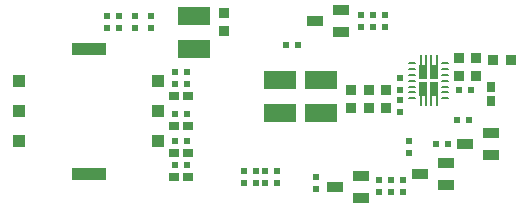
<source format=gbp>
G04 Layer_Color=128*
%FSLAX25Y25*%
%MOIN*%
G70*
G01*
G75*
%ADD21R,0.02028X0.02362*%
%ADD22R,0.02362X0.02028*%
%ADD23R,0.03347X0.02559*%
%ADD47R,0.05500X0.03500*%
%ADD48R,0.04331X0.03937*%
%ADD49R,0.11811X0.03937*%
%ADD50R,0.03700X0.03600*%
G04:AMPARAMS|DCode=51|XSize=9.45mil|YSize=23.62mil|CornerRadius=4.73mil|HoleSize=0mil|Usage=FLASHONLY|Rotation=90.000|XOffset=0mil|YOffset=0mil|HoleType=Round|Shape=RoundedRectangle|*
%AMROUNDEDRECTD51*
21,1,0.00945,0.01417,0,0,90.0*
21,1,0.00000,0.02362,0,0,90.0*
1,1,0.00945,0.00709,0.00000*
1,1,0.00945,0.00709,0.00000*
1,1,0.00945,-0.00709,0.00000*
1,1,0.00945,-0.00709,0.00000*
%
%ADD51ROUNDEDRECTD51*%
%ADD52R,0.00787X0.03150*%
%ADD54R,0.02559X0.03347*%
%ADD55R,0.11000X0.06300*%
%ADD56R,0.03600X0.03700*%
%ADD110R,0.00787X0.03032*%
%ADD111R,0.02598X0.04921*%
D21*
X93018Y12000D02*
D03*
X88982D02*
D03*
X150018Y25000D02*
D03*
X145982D02*
D03*
X157018Y33000D02*
D03*
X152982D02*
D03*
X58982Y49000D02*
D03*
X63018D02*
D03*
Y35000D02*
D03*
X58982D02*
D03*
X63018Y18000D02*
D03*
X58982D02*
D03*
X93018Y16000D02*
D03*
X88982D02*
D03*
X63018Y26000D02*
D03*
X58982D02*
D03*
Y45000D02*
D03*
X63018D02*
D03*
X157818Y43000D02*
D03*
X153782D02*
D03*
X86018Y16000D02*
D03*
X81982D02*
D03*
X86018Y12000D02*
D03*
X81982D02*
D03*
X100018Y58000D02*
D03*
X95982D02*
D03*
D22*
X129000Y68018D02*
D03*
Y63982D02*
D03*
X135000Y8982D02*
D03*
Y13018D02*
D03*
X127000Y8982D02*
D03*
Y13018D02*
D03*
X131000Y8982D02*
D03*
Y13018D02*
D03*
X137000Y26018D02*
D03*
Y21982D02*
D03*
X134163Y39581D02*
D03*
Y35545D02*
D03*
Y46981D02*
D03*
Y42945D02*
D03*
X51200Y67518D02*
D03*
Y63482D02*
D03*
X40400Y67518D02*
D03*
Y63482D02*
D03*
X45600Y67518D02*
D03*
Y63482D02*
D03*
X36400Y67518D02*
D03*
Y63482D02*
D03*
X106000Y14018D02*
D03*
Y9982D02*
D03*
X121000Y68018D02*
D03*
Y63982D02*
D03*
X125000Y68018D02*
D03*
Y63982D02*
D03*
D23*
X63362Y41000D02*
D03*
X58638D02*
D03*
X58638Y22000D02*
D03*
X63362D02*
D03*
X58638Y14000D02*
D03*
X63362D02*
D03*
X58638Y31000D02*
D03*
X63362D02*
D03*
D47*
X112300Y10700D02*
D03*
X121000Y7000D02*
D03*
Y14400D02*
D03*
X164350Y28700D02*
D03*
Y21300D02*
D03*
X155650Y25000D02*
D03*
X149350Y18700D02*
D03*
Y11300D02*
D03*
X140650Y15000D02*
D03*
X105650Y66000D02*
D03*
X114350Y62300D02*
D03*
Y69700D02*
D03*
D48*
X53567Y45823D02*
D03*
Y35823D02*
D03*
Y25823D02*
D03*
X7110Y45823D02*
D03*
Y35823D02*
D03*
Y25823D02*
D03*
D49*
X30339Y56689D02*
D03*
Y14957D02*
D03*
D50*
X171050Y53000D02*
D03*
X164950D02*
D03*
D51*
X149175Y51943D02*
D03*
Y48006D02*
D03*
Y46037D02*
D03*
Y49974D02*
D03*
Y44068D02*
D03*
Y42100D02*
D03*
Y40131D02*
D03*
X138151Y51943D02*
D03*
Y49974D02*
D03*
Y48006D02*
D03*
Y44068D02*
D03*
Y42100D02*
D03*
Y46037D02*
D03*
Y40131D02*
D03*
D52*
X146379Y53124D02*
D03*
X144569D02*
D03*
X142757D02*
D03*
X146379Y38950D02*
D03*
X144569D02*
D03*
X142757D02*
D03*
X140946Y53124D02*
D03*
Y38950D02*
D03*
D54*
X164300Y43962D02*
D03*
Y39238D02*
D03*
D55*
X65400Y67600D02*
D03*
Y56600D02*
D03*
X107800Y46200D02*
D03*
Y35200D02*
D03*
X94000Y46100D02*
D03*
Y35100D02*
D03*
D56*
X123863Y43087D02*
D03*
Y36987D02*
D03*
X159400Y53750D02*
D03*
Y47650D02*
D03*
X153800Y53650D02*
D03*
Y47550D02*
D03*
X117800Y43050D02*
D03*
Y36950D02*
D03*
X129363Y43087D02*
D03*
Y36987D02*
D03*
X75400Y68550D02*
D03*
Y62450D02*
D03*
D110*
X146379Y51173D02*
D03*
X144568Y51174D02*
D03*
X142758Y51175D02*
D03*
X146379Y40901D02*
D03*
X144568Y40900D02*
D03*
X142758Y40900D02*
D03*
X140947Y51173D02*
D03*
X140947Y40901D02*
D03*
D111*
X145473Y48891D02*
D03*
X145473Y43184D02*
D03*
X141853Y48890D02*
D03*
X141853Y43183D02*
D03*
M02*

</source>
